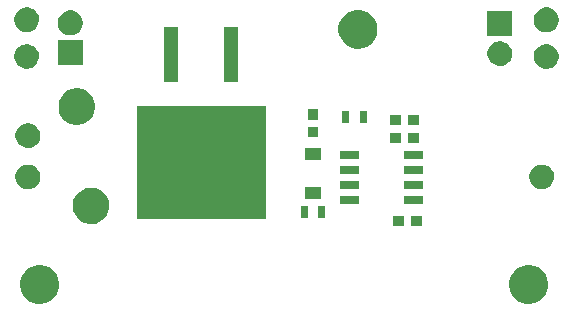
<source format=gts>
G04 #@! TF.FileFunction,Soldermask,Top*
%FSLAX46Y46*%
G04 Gerber Fmt 4.6, Leading zero omitted, Abs format (unit mm)*
G04 Created by KiCad (PCBNEW 4.0.7) date Tuesday, 26 September 2017 'PMt' 23:25:46*
%MOMM*%
%LPD*%
G01*
G04 APERTURE LIST*
%ADD10C,0.100000*%
G04 APERTURE END LIST*
D10*
G36*
X124273306Y-116751097D02*
X124590281Y-116816163D01*
X124888577Y-116941554D01*
X125156839Y-117122499D01*
X125384848Y-117352106D01*
X125563916Y-117621623D01*
X125687222Y-117920787D01*
X125750005Y-118237865D01*
X125750005Y-118237875D01*
X125750071Y-118238209D01*
X125744910Y-118607800D01*
X125744834Y-118608134D01*
X125744834Y-118608146D01*
X125673225Y-118923340D01*
X125541611Y-119218948D01*
X125355089Y-119483361D01*
X125120755Y-119706513D01*
X124847550Y-119879894D01*
X124545865Y-119996911D01*
X124227201Y-120053099D01*
X123903690Y-120046323D01*
X123587650Y-119976837D01*
X123291135Y-119847293D01*
X123025427Y-119662621D01*
X122800645Y-119429853D01*
X122625361Y-119157865D01*
X122506242Y-118857005D01*
X122447828Y-118538734D01*
X122452347Y-118215185D01*
X122519622Y-117898677D01*
X122647096Y-117601259D01*
X122829909Y-117334267D01*
X123061101Y-117107867D01*
X123331862Y-116930686D01*
X123631882Y-116809470D01*
X123949729Y-116748837D01*
X124273306Y-116751097D01*
X124273306Y-116751097D01*
G37*
G36*
X165673306Y-116751097D02*
X165990281Y-116816163D01*
X166288577Y-116941554D01*
X166556839Y-117122499D01*
X166784848Y-117352106D01*
X166963916Y-117621623D01*
X167087222Y-117920787D01*
X167150005Y-118237865D01*
X167150005Y-118237875D01*
X167150071Y-118238209D01*
X167144910Y-118607800D01*
X167144834Y-118608134D01*
X167144834Y-118608146D01*
X167073225Y-118923340D01*
X166941611Y-119218948D01*
X166755089Y-119483361D01*
X166520755Y-119706513D01*
X166247550Y-119879894D01*
X165945865Y-119996911D01*
X165627201Y-120053099D01*
X165303690Y-120046323D01*
X164987650Y-119976837D01*
X164691135Y-119847293D01*
X164425427Y-119662621D01*
X164200645Y-119429853D01*
X164025361Y-119157865D01*
X163906242Y-118857005D01*
X163847828Y-118538734D01*
X163852347Y-118215185D01*
X163919622Y-117898677D01*
X164047096Y-117601259D01*
X164229909Y-117334267D01*
X164461101Y-117107867D01*
X164731862Y-116930686D01*
X165031882Y-116809470D01*
X165349729Y-116748837D01*
X165673306Y-116751097D01*
X165673306Y-116751097D01*
G37*
G36*
X156450000Y-113425000D02*
X155550000Y-113425000D01*
X155550000Y-112575000D01*
X156450000Y-112575000D01*
X156450000Y-113425000D01*
X156450000Y-113425000D01*
G37*
G36*
X154950000Y-113425000D02*
X154050000Y-113425000D01*
X154050000Y-112575000D01*
X154950000Y-112575000D01*
X154950000Y-113425000D01*
X154950000Y-113425000D01*
G37*
G36*
X128612803Y-110201030D02*
X128910567Y-110262153D01*
X129190784Y-110379945D01*
X129442788Y-110549923D01*
X129656979Y-110765615D01*
X129825194Y-111018798D01*
X129941027Y-111299830D01*
X130000001Y-111597671D01*
X130000001Y-111597681D01*
X130000067Y-111598015D01*
X129995219Y-111945207D01*
X129995142Y-111945545D01*
X129995142Y-111945553D01*
X129927878Y-112241622D01*
X129804241Y-112519315D01*
X129629023Y-112767703D01*
X129408891Y-112977331D01*
X129152244Y-113140204D01*
X128868843Y-113250129D01*
X128569492Y-113302912D01*
X128265588Y-113296546D01*
X127968703Y-113231272D01*
X127690161Y-113109579D01*
X127440549Y-112936095D01*
X127229394Y-112717437D01*
X127064733Y-112461934D01*
X126952833Y-112179308D01*
X126897960Y-111880325D01*
X126902205Y-111576385D01*
X126965402Y-111279061D01*
X127085151Y-110999667D01*
X127256884Y-110748857D01*
X127474065Y-110536178D01*
X127728416Y-110369735D01*
X128010253Y-110255866D01*
X128308836Y-110198908D01*
X128612803Y-110201030D01*
X128612803Y-110201030D01*
G37*
G36*
X143225000Y-112825000D02*
X132325000Y-112825000D01*
X132325000Y-103325000D01*
X143225000Y-103325000D01*
X143225000Y-112825000D01*
X143225000Y-112825000D01*
G37*
G36*
X148300000Y-112750000D02*
X147700000Y-112750000D01*
X147700000Y-111750000D01*
X148300000Y-111750000D01*
X148300000Y-112750000D01*
X148300000Y-112750000D01*
G37*
G36*
X146800000Y-112750000D02*
X146200000Y-112750000D01*
X146200000Y-111750000D01*
X146800000Y-111750000D01*
X146800000Y-112750000D01*
X146800000Y-112750000D01*
G37*
G36*
X156575000Y-111600000D02*
X154925000Y-111600000D01*
X154925000Y-110900000D01*
X156575000Y-110900000D01*
X156575000Y-111600000D01*
X156575000Y-111600000D01*
G37*
G36*
X151175000Y-111600000D02*
X149525000Y-111600000D01*
X149525000Y-110900000D01*
X151175000Y-110900000D01*
X151175000Y-111600000D01*
X151175000Y-111600000D01*
G37*
G36*
X147900000Y-111150000D02*
X146600000Y-111150000D01*
X146600000Y-110150000D01*
X147900000Y-110150000D01*
X147900000Y-111150000D01*
X147900000Y-111150000D01*
G37*
G36*
X123210286Y-108250698D02*
X123411998Y-108292104D01*
X123601821Y-108371898D01*
X123772534Y-108487045D01*
X123917631Y-108633159D01*
X124031583Y-108804670D01*
X124110050Y-108995046D01*
X124149979Y-109196698D01*
X124149979Y-109196703D01*
X124150046Y-109197042D01*
X124146761Y-109432237D01*
X124146684Y-109432575D01*
X124146684Y-109432583D01*
X124101144Y-109633034D01*
X124017389Y-109821149D01*
X123898693Y-109989411D01*
X123749570Y-110131419D01*
X123575714Y-110241751D01*
X123383732Y-110316217D01*
X123180947Y-110351972D01*
X122975076Y-110347661D01*
X122773958Y-110303442D01*
X122585268Y-110221005D01*
X122416181Y-110103486D01*
X122273137Y-109955360D01*
X122161594Y-109782278D01*
X122085790Y-109590822D01*
X122048618Y-109388284D01*
X122051493Y-109182390D01*
X122094304Y-108980977D01*
X122175425Y-108791710D01*
X122291760Y-108621807D01*
X122438883Y-108477733D01*
X122611185Y-108364982D01*
X122802107Y-108287844D01*
X123004372Y-108249260D01*
X123210286Y-108250698D01*
X123210286Y-108250698D01*
G37*
G36*
X166710286Y-108250698D02*
X166911998Y-108292104D01*
X167101821Y-108371898D01*
X167272534Y-108487045D01*
X167417631Y-108633159D01*
X167531583Y-108804670D01*
X167610050Y-108995046D01*
X167649979Y-109196698D01*
X167649979Y-109196703D01*
X167650046Y-109197042D01*
X167646761Y-109432237D01*
X167646684Y-109432575D01*
X167646684Y-109432583D01*
X167601144Y-109633034D01*
X167517389Y-109821149D01*
X167398693Y-109989411D01*
X167249570Y-110131419D01*
X167075714Y-110241751D01*
X166883732Y-110316217D01*
X166680947Y-110351972D01*
X166475076Y-110347661D01*
X166273958Y-110303442D01*
X166085268Y-110221005D01*
X165916181Y-110103486D01*
X165773137Y-109955360D01*
X165661594Y-109782278D01*
X165585790Y-109590822D01*
X165548618Y-109388284D01*
X165551493Y-109182390D01*
X165594304Y-108980977D01*
X165675425Y-108791710D01*
X165791760Y-108621807D01*
X165938883Y-108477733D01*
X166111185Y-108364982D01*
X166302107Y-108287844D01*
X166504372Y-108249260D01*
X166710286Y-108250698D01*
X166710286Y-108250698D01*
G37*
G36*
X151175000Y-110330000D02*
X149525000Y-110330000D01*
X149525000Y-109630000D01*
X151175000Y-109630000D01*
X151175000Y-110330000D01*
X151175000Y-110330000D01*
G37*
G36*
X156575000Y-110330000D02*
X154925000Y-110330000D01*
X154925000Y-109630000D01*
X156575000Y-109630000D01*
X156575000Y-110330000D01*
X156575000Y-110330000D01*
G37*
G36*
X156575000Y-109060000D02*
X154925000Y-109060000D01*
X154925000Y-108360000D01*
X156575000Y-108360000D01*
X156575000Y-109060000D01*
X156575000Y-109060000D01*
G37*
G36*
X151175000Y-109060000D02*
X149525000Y-109060000D01*
X149525000Y-108360000D01*
X151175000Y-108360000D01*
X151175000Y-109060000D01*
X151175000Y-109060000D01*
G37*
G36*
X147900000Y-107850000D02*
X146600000Y-107850000D01*
X146600000Y-106850000D01*
X147900000Y-106850000D01*
X147900000Y-107850000D01*
X147900000Y-107850000D01*
G37*
G36*
X151175000Y-107790000D02*
X149525000Y-107790000D01*
X149525000Y-107090000D01*
X151175000Y-107090000D01*
X151175000Y-107790000D01*
X151175000Y-107790000D01*
G37*
G36*
X156575000Y-107790000D02*
X154925000Y-107790000D01*
X154925000Y-107090000D01*
X156575000Y-107090000D01*
X156575000Y-107790000D01*
X156575000Y-107790000D01*
G37*
G36*
X123210286Y-104750698D02*
X123411998Y-104792104D01*
X123601821Y-104871898D01*
X123772534Y-104987045D01*
X123917631Y-105133159D01*
X124031583Y-105304670D01*
X124110050Y-105495046D01*
X124149979Y-105696698D01*
X124149979Y-105696703D01*
X124150046Y-105697042D01*
X124146761Y-105932237D01*
X124146684Y-105932575D01*
X124146684Y-105932583D01*
X124101144Y-106133034D01*
X124017389Y-106321149D01*
X123898693Y-106489411D01*
X123749570Y-106631419D01*
X123575714Y-106741751D01*
X123383732Y-106816217D01*
X123180947Y-106851972D01*
X122975076Y-106847661D01*
X122773958Y-106803442D01*
X122585268Y-106721005D01*
X122416181Y-106603486D01*
X122273137Y-106455360D01*
X122161594Y-106282278D01*
X122085790Y-106090822D01*
X122048618Y-105888284D01*
X122051493Y-105682390D01*
X122094304Y-105480977D01*
X122175425Y-105291710D01*
X122291760Y-105121807D01*
X122438883Y-104977733D01*
X122611185Y-104864982D01*
X122802107Y-104787844D01*
X123004372Y-104749260D01*
X123210286Y-104750698D01*
X123210286Y-104750698D01*
G37*
G36*
X154700000Y-106425000D02*
X153800000Y-106425000D01*
X153800000Y-105575000D01*
X154700000Y-105575000D01*
X154700000Y-106425000D01*
X154700000Y-106425000D01*
G37*
G36*
X156200000Y-106425000D02*
X155300000Y-106425000D01*
X155300000Y-105575000D01*
X156200000Y-105575000D01*
X156200000Y-106425000D01*
X156200000Y-106425000D01*
G37*
G36*
X147675000Y-105950000D02*
X146825000Y-105950000D01*
X146825000Y-105050000D01*
X147675000Y-105050000D01*
X147675000Y-105950000D01*
X147675000Y-105950000D01*
G37*
G36*
X156200000Y-104925000D02*
X155300000Y-104925000D01*
X155300000Y-104075000D01*
X156200000Y-104075000D01*
X156200000Y-104925000D01*
X156200000Y-104925000D01*
G37*
G36*
X154700000Y-104925000D02*
X153800000Y-104925000D01*
X153800000Y-104075000D01*
X154700000Y-104075000D01*
X154700000Y-104925000D01*
X154700000Y-104925000D01*
G37*
G36*
X127412803Y-101801030D02*
X127710567Y-101862153D01*
X127990784Y-101979945D01*
X128242788Y-102149923D01*
X128456979Y-102365615D01*
X128625194Y-102618798D01*
X128741027Y-102899830D01*
X128800001Y-103197671D01*
X128800001Y-103197681D01*
X128800067Y-103198015D01*
X128795219Y-103545207D01*
X128795142Y-103545545D01*
X128795142Y-103545553D01*
X128727878Y-103841622D01*
X128604241Y-104119315D01*
X128429023Y-104367703D01*
X128208891Y-104577331D01*
X127952244Y-104740204D01*
X127668843Y-104850129D01*
X127369492Y-104902912D01*
X127065588Y-104896546D01*
X126768703Y-104831272D01*
X126490161Y-104709579D01*
X126240549Y-104536095D01*
X126029394Y-104317437D01*
X125864733Y-104061934D01*
X125752833Y-103779308D01*
X125697960Y-103480325D01*
X125702205Y-103176385D01*
X125765402Y-102879061D01*
X125885151Y-102599667D01*
X126056884Y-102348857D01*
X126274065Y-102136178D01*
X126528416Y-101969735D01*
X126810253Y-101855866D01*
X127108836Y-101798908D01*
X127412803Y-101801030D01*
X127412803Y-101801030D01*
G37*
G36*
X151800000Y-104750000D02*
X151200000Y-104750000D01*
X151200000Y-103750000D01*
X151800000Y-103750000D01*
X151800000Y-104750000D01*
X151800000Y-104750000D01*
G37*
G36*
X150300000Y-104750000D02*
X149700000Y-104750000D01*
X149700000Y-103750000D01*
X150300000Y-103750000D01*
X150300000Y-104750000D01*
X150300000Y-104750000D01*
G37*
G36*
X147675000Y-104450000D02*
X146825000Y-104450000D01*
X146825000Y-103550000D01*
X147675000Y-103550000D01*
X147675000Y-104450000D01*
X147675000Y-104450000D01*
G37*
G36*
X135835000Y-101275000D02*
X134635000Y-101275000D01*
X134635000Y-96575000D01*
X135835000Y-96575000D01*
X135835000Y-101275000D01*
X135835000Y-101275000D01*
G37*
G36*
X140915000Y-101275000D02*
X139715000Y-101275000D01*
X139715000Y-96575000D01*
X140915000Y-96575000D01*
X140915000Y-101275000D01*
X140915000Y-101275000D01*
G37*
G36*
X123110286Y-98050698D02*
X123311998Y-98092104D01*
X123501821Y-98171898D01*
X123672534Y-98287045D01*
X123817631Y-98433159D01*
X123931583Y-98604670D01*
X124010050Y-98795046D01*
X124049979Y-98996698D01*
X124049979Y-98996703D01*
X124050046Y-98997042D01*
X124046761Y-99232237D01*
X124046684Y-99232575D01*
X124046684Y-99232583D01*
X124001144Y-99433034D01*
X123917389Y-99621149D01*
X123798693Y-99789411D01*
X123649570Y-99931419D01*
X123475714Y-100041751D01*
X123283732Y-100116217D01*
X123080947Y-100151972D01*
X122875076Y-100147661D01*
X122673958Y-100103442D01*
X122485268Y-100021005D01*
X122316181Y-99903486D01*
X122173137Y-99755360D01*
X122061594Y-99582278D01*
X121985790Y-99390822D01*
X121948618Y-99188284D01*
X121951493Y-98982390D01*
X121994304Y-98780977D01*
X122075425Y-98591710D01*
X122191760Y-98421807D01*
X122338883Y-98277733D01*
X122511185Y-98164982D01*
X122702107Y-98087844D01*
X122904372Y-98049260D01*
X123110286Y-98050698D01*
X123110286Y-98050698D01*
G37*
G36*
X167110286Y-98050698D02*
X167311998Y-98092104D01*
X167501821Y-98171898D01*
X167672534Y-98287045D01*
X167817631Y-98433159D01*
X167931583Y-98604670D01*
X168010050Y-98795046D01*
X168049979Y-98996698D01*
X168049979Y-98996703D01*
X168050046Y-98997042D01*
X168046761Y-99232237D01*
X168046684Y-99232575D01*
X168046684Y-99232583D01*
X168001144Y-99433034D01*
X167917389Y-99621149D01*
X167798693Y-99789411D01*
X167649570Y-99931419D01*
X167475714Y-100041751D01*
X167283732Y-100116217D01*
X167080947Y-100151972D01*
X166875076Y-100147661D01*
X166673958Y-100103442D01*
X166485268Y-100021005D01*
X166316181Y-99903486D01*
X166173137Y-99755360D01*
X166061594Y-99582278D01*
X165985790Y-99390822D01*
X165948618Y-99188284D01*
X165951493Y-98982390D01*
X165994304Y-98780977D01*
X166075425Y-98591710D01*
X166191760Y-98421807D01*
X166338883Y-98277733D01*
X166511185Y-98164982D01*
X166702107Y-98087844D01*
X166904372Y-98049260D01*
X167110286Y-98050698D01*
X167110286Y-98050698D01*
G37*
G36*
X163160286Y-97800698D02*
X163361998Y-97842104D01*
X163551821Y-97921898D01*
X163722534Y-98037045D01*
X163867631Y-98183159D01*
X163981583Y-98354670D01*
X164060050Y-98545046D01*
X164099979Y-98746698D01*
X164099979Y-98746703D01*
X164100046Y-98747042D01*
X164096761Y-98982237D01*
X164096684Y-98982575D01*
X164096684Y-98982583D01*
X164051144Y-99183034D01*
X163967389Y-99371149D01*
X163848693Y-99539411D01*
X163699570Y-99681419D01*
X163525714Y-99791751D01*
X163333732Y-99866217D01*
X163130947Y-99901972D01*
X162925076Y-99897661D01*
X162723958Y-99853442D01*
X162535268Y-99771005D01*
X162366181Y-99653486D01*
X162223137Y-99505360D01*
X162111594Y-99332278D01*
X162035790Y-99140822D01*
X161998618Y-98938284D01*
X162001493Y-98732390D01*
X162044304Y-98530977D01*
X162125425Y-98341710D01*
X162241760Y-98171807D01*
X162388883Y-98027733D01*
X162561185Y-97914982D01*
X162752107Y-97837844D01*
X162954372Y-97799260D01*
X163160286Y-97800698D01*
X163160286Y-97800698D01*
G37*
G36*
X127750000Y-99840000D02*
X125650000Y-99840000D01*
X125650000Y-97740000D01*
X127750000Y-97740000D01*
X127750000Y-99840000D01*
X127750000Y-99840000D01*
G37*
G36*
X151223306Y-95151097D02*
X151540281Y-95216163D01*
X151838577Y-95341554D01*
X152106839Y-95522499D01*
X152334848Y-95752106D01*
X152513916Y-96021623D01*
X152637222Y-96320787D01*
X152700005Y-96637865D01*
X152700005Y-96637875D01*
X152700071Y-96638209D01*
X152694910Y-97007800D01*
X152694834Y-97008134D01*
X152694834Y-97008146D01*
X152623225Y-97323340D01*
X152491611Y-97618948D01*
X152305089Y-97883361D01*
X152070755Y-98106513D01*
X151797550Y-98279894D01*
X151495865Y-98396911D01*
X151177201Y-98453099D01*
X150853690Y-98446323D01*
X150537650Y-98376837D01*
X150241135Y-98247293D01*
X149975427Y-98062621D01*
X149750645Y-97829853D01*
X149575361Y-97557865D01*
X149456242Y-97257005D01*
X149397828Y-96938734D01*
X149402347Y-96615185D01*
X149469622Y-96298677D01*
X149597096Y-96001259D01*
X149779909Y-95734267D01*
X150011101Y-95507867D01*
X150281862Y-95330686D01*
X150581882Y-95209470D01*
X150899729Y-95148837D01*
X151223306Y-95151097D01*
X151223306Y-95151097D01*
G37*
G36*
X164100000Y-97360000D02*
X162000000Y-97360000D01*
X162000000Y-95260000D01*
X164100000Y-95260000D01*
X164100000Y-97360000D01*
X164100000Y-97360000D01*
G37*
G36*
X126810286Y-95200698D02*
X127011998Y-95242104D01*
X127201821Y-95321898D01*
X127372534Y-95437045D01*
X127517631Y-95583159D01*
X127631583Y-95754670D01*
X127710050Y-95945046D01*
X127749979Y-96146698D01*
X127749979Y-96146703D01*
X127750046Y-96147042D01*
X127746761Y-96382237D01*
X127746684Y-96382575D01*
X127746684Y-96382583D01*
X127701144Y-96583034D01*
X127617389Y-96771149D01*
X127498693Y-96939411D01*
X127349570Y-97081419D01*
X127175714Y-97191751D01*
X126983732Y-97266217D01*
X126780947Y-97301972D01*
X126575076Y-97297661D01*
X126373958Y-97253442D01*
X126185268Y-97171005D01*
X126016181Y-97053486D01*
X125873137Y-96905360D01*
X125761594Y-96732278D01*
X125685790Y-96540822D01*
X125648618Y-96338284D01*
X125651493Y-96132390D01*
X125694304Y-95930977D01*
X125775425Y-95741710D01*
X125891760Y-95571807D01*
X126038883Y-95427733D01*
X126211185Y-95314982D01*
X126402107Y-95237844D01*
X126604372Y-95199260D01*
X126810286Y-95200698D01*
X126810286Y-95200698D01*
G37*
G36*
X167110286Y-94950698D02*
X167311998Y-94992104D01*
X167501821Y-95071898D01*
X167672534Y-95187045D01*
X167817631Y-95333159D01*
X167931583Y-95504670D01*
X168010050Y-95695046D01*
X168049979Y-95896698D01*
X168049979Y-95896703D01*
X168050046Y-95897042D01*
X168046761Y-96132237D01*
X168046684Y-96132575D01*
X168046684Y-96132583D01*
X168001144Y-96333034D01*
X167917389Y-96521149D01*
X167798693Y-96689411D01*
X167649570Y-96831419D01*
X167475714Y-96941751D01*
X167283732Y-97016217D01*
X167080947Y-97051972D01*
X166875076Y-97047661D01*
X166673958Y-97003442D01*
X166485268Y-96921005D01*
X166316181Y-96803486D01*
X166173137Y-96655360D01*
X166061594Y-96482278D01*
X165985790Y-96290822D01*
X165948618Y-96088284D01*
X165951493Y-95882390D01*
X165994304Y-95680977D01*
X166075425Y-95491710D01*
X166191760Y-95321807D01*
X166338883Y-95177733D01*
X166511185Y-95064982D01*
X166702107Y-94987844D01*
X166904372Y-94949260D01*
X167110286Y-94950698D01*
X167110286Y-94950698D01*
G37*
G36*
X123110286Y-94950698D02*
X123311998Y-94992104D01*
X123501821Y-95071898D01*
X123672534Y-95187045D01*
X123817631Y-95333159D01*
X123931583Y-95504670D01*
X124010050Y-95695046D01*
X124049979Y-95896698D01*
X124049979Y-95896703D01*
X124050046Y-95897042D01*
X124046761Y-96132237D01*
X124046684Y-96132575D01*
X124046684Y-96132583D01*
X124001144Y-96333034D01*
X123917389Y-96521149D01*
X123798693Y-96689411D01*
X123649570Y-96831419D01*
X123475714Y-96941751D01*
X123283732Y-97016217D01*
X123080947Y-97051972D01*
X122875076Y-97047661D01*
X122673958Y-97003442D01*
X122485268Y-96921005D01*
X122316181Y-96803486D01*
X122173137Y-96655360D01*
X122061594Y-96482278D01*
X121985790Y-96290822D01*
X121948618Y-96088284D01*
X121951493Y-95882390D01*
X121994304Y-95680977D01*
X122075425Y-95491710D01*
X122191760Y-95321807D01*
X122338883Y-95177733D01*
X122511185Y-95064982D01*
X122702107Y-94987844D01*
X122904372Y-94949260D01*
X123110286Y-94950698D01*
X123110286Y-94950698D01*
G37*
M02*

</source>
